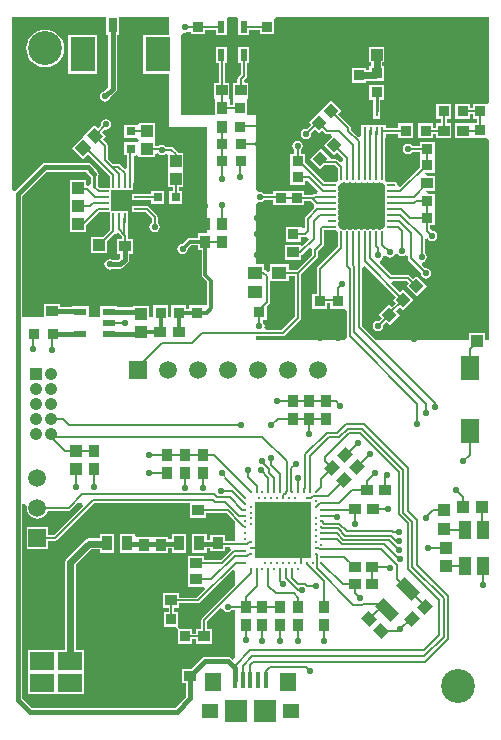
<source format=gtl>
G04 Layer_Physical_Order=1*
G04 Layer_Color=255*
%FSLAX25Y25*%
%MOIN*%
G70*
G01*
G75*
%ADD10R,0.04134X0.03543*%
%ADD11R,0.06299X0.07874*%
%ADD12R,0.03740X0.03543*%
%ADD13R,0.03937X0.04134*%
%ADD14R,0.03543X0.04134*%
%ADD15R,0.04331X0.05905*%
%ADD16R,0.03150X0.01181*%
%ADD17R,0.00984X0.03150*%
%ADD18R,0.01575X0.05315*%
%ADD19R,0.05512X0.06299*%
%ADD20R,0.05709X0.05118*%
%ADD21R,0.07480X0.07480*%
%ADD22R,0.03150X0.03150*%
G04:AMPARAMS|DCode=23|XSize=35.43mil|YSize=41.34mil|CornerRadius=0mil|HoleSize=0mil|Usage=FLASHONLY|Rotation=315.000|XOffset=0mil|YOffset=0mil|HoleType=Round|Shape=Rectangle|*
%AMROTATEDRECTD23*
4,1,4,-0.02714,-0.00209,0.00209,0.02714,0.02714,0.00209,-0.00209,-0.02714,-0.02714,-0.00209,0.0*
%
%ADD23ROTATEDRECTD23*%

%ADD24R,0.03937X0.03740*%
%ADD25R,0.13386X0.13583*%
%ADD26O,0.03150X0.00787*%
%ADD27O,0.00787X0.03150*%
%ADD28R,0.04134X0.08661*%
%ADD29R,0.03937X0.03937*%
%ADD30R,0.02362X0.04331*%
%ADD31R,0.03543X0.03740*%
%ADD32R,0.04134X0.03937*%
G04:AMPARAMS|DCode=33|XSize=35.43mil|YSize=37.4mil|CornerRadius=0mil|HoleSize=0mil|Usage=FLASHONLY|Rotation=225.000|XOffset=0mil|YOffset=0mil|HoleType=Round|Shape=Rectangle|*
%AMROTATEDRECTD33*
4,1,4,-0.00070,0.02575,0.02575,-0.00070,0.00070,-0.02575,-0.02575,0.00070,-0.00070,0.02575,0.0*
%
%ADD33ROTATEDRECTD33*%

G04:AMPARAMS|DCode=34|XSize=35.43mil|YSize=37.4mil|CornerRadius=0mil|HoleSize=0mil|Usage=FLASHONLY|Rotation=315.000|XOffset=0mil|YOffset=0mil|HoleType=Round|Shape=Rectangle|*
%AMROTATEDRECTD34*
4,1,4,-0.02575,-0.00070,0.00070,0.02575,0.02575,0.00070,-0.00070,-0.02575,-0.02575,-0.00070,0.0*
%
%ADD34ROTATEDRECTD34*%

%ADD35R,0.03740X0.03937*%
%ADD36R,0.03661X0.04921*%
%ADD37R,0.03347X0.03740*%
G04:AMPARAMS|DCode=38|XSize=39.37mil|YSize=70.87mil|CornerRadius=0mil|HoleSize=0mil|Usage=FLASHONLY|Rotation=45.000|XOffset=0mil|YOffset=0mil|HoleType=Round|Shape=Rectangle|*
%AMROTATEDRECTD38*
4,1,4,0.01114,-0.03897,-0.03897,0.01114,-0.01114,0.03897,0.03897,-0.01114,0.01114,-0.03897,0.0*
%
%ADD38ROTATEDRECTD38*%

G04:AMPARAMS|DCode=39|XSize=35.43mil|YSize=41.34mil|CornerRadius=0mil|HoleSize=0mil|Usage=FLASHONLY|Rotation=225.000|XOffset=0mil|YOffset=0mil|HoleType=Round|Shape=Rectangle|*
%AMROTATEDRECTD39*
4,1,4,-0.00209,0.02714,0.02714,-0.00209,0.00209,-0.02714,-0.02714,0.00209,-0.00209,0.02714,0.0*
%
%ADD39ROTATEDRECTD39*%

%ADD40R,0.05118X0.04331*%
%ADD41R,0.03150X0.05118*%
%ADD42R,0.08268X0.11811*%
G04:AMPARAMS|DCode=43|XSize=39.37mil|YSize=41.34mil|CornerRadius=0mil|HoleSize=0mil|Usage=FLASHONLY|Rotation=225.000|XOffset=0mil|YOffset=0mil|HoleType=Round|Shape=Rectangle|*
%AMROTATEDRECTD43*
4,1,4,-0.00070,0.02854,0.02854,-0.00070,0.00070,-0.02854,-0.02854,0.00070,-0.00070,0.02854,0.0*
%
%ADD43ROTATEDRECTD43*%

%ADD44R,0.03150X0.03150*%
%ADD45R,0.00787X0.03347*%
%ADD46R,0.03347X0.00787*%
%ADD47R,0.06614X0.06614*%
%ADD48R,0.08031X0.06063*%
%ADD49R,0.03583X0.03780*%
%ADD50R,0.19095X0.19095*%
%ADD51C,0.01083*%
%ADD52R,0.04331X0.02362*%
%ADD53C,0.00800*%
%ADD54C,0.00600*%
%ADD55C,0.01640*%
%ADD56C,0.01600*%
%ADD57C,0.01000*%
%ADD58C,0.01200*%
%ADD59C,0.00900*%
%ADD60C,0.02284*%
%ADD61C,0.00400*%
%ADD62C,0.04200*%
%ADD63R,0.04200X0.04200*%
%ADD64R,0.05905X0.05905*%
%ADD65C,0.05905*%
%ADD66R,0.05905X0.05905*%
%ADD67C,0.02200*%
%ADD68C,0.02400*%
%ADD69C,0.01968*%
%ADD70C,0.11300*%
G36*
X104878Y144820D02*
X100278Y140220D01*
X95392D01*
X95214Y140359D01*
X94678Y141220D01*
X94733Y141500D01*
X94601Y142163D01*
X94226Y142726D01*
X94177Y142758D01*
X94258Y143758D01*
X95391D01*
Y148014D01*
X96271Y148894D01*
X96492Y149224D01*
X96570Y149615D01*
Y156633D01*
X102843D01*
Y158378D01*
X104878D01*
Y144820D01*
D02*
G37*
G36*
X97678Y181830D02*
X102422D01*
Y181830D01*
X103178D01*
Y181830D01*
X107922D01*
Y183280D01*
X109947D01*
X111035Y182192D01*
X111294Y181827D01*
X111084Y180864D01*
X108329Y178108D01*
X108108Y177777D01*
X108030Y177387D01*
Y174340D01*
X107819Y174179D01*
X106819Y174522D01*
Y174522D01*
X101879D01*
Y169778D01*
X106819D01*
Y171130D01*
X108050D01*
X108440Y171208D01*
X109367Y170657D01*
X109408Y170450D01*
X107341Y168383D01*
X106768Y168620D01*
Y168620D01*
X101631D01*
Y163680D01*
X106768D01*
Y165174D01*
X106940Y165208D01*
X107271Y165429D01*
X109830Y167988D01*
X110607Y167350D01*
X110508Y167203D01*
X110430Y166813D01*
Y165372D01*
X105476Y160418D01*
X102843D01*
Y162163D01*
X96525D01*
Y160031D01*
X95525Y159617D01*
X95023Y160119D01*
X94692Y160340D01*
X94575Y160363D01*
Y162163D01*
X92000D01*
Y182196D01*
X93000Y182927D01*
X93050Y182917D01*
X93713Y183049D01*
X94276Y183424D01*
X94413Y183630D01*
X97678D01*
Y181830D01*
D02*
G37*
G36*
X133552Y189375D02*
X133908Y189304D01*
X133953Y189285D01*
X134685Y188553D01*
X134704Y188508D01*
X134775Y188152D01*
X134995Y187823D01*
Y187288D01*
X134775Y186959D01*
X134698Y186571D01*
X134775Y186184D01*
X134995Y185855D01*
Y185319D01*
X134775Y184991D01*
X134698Y184603D01*
X134775Y184215D01*
X134995Y183886D01*
Y183351D01*
X134775Y183022D01*
X134698Y182634D01*
X134775Y182246D01*
X134995Y181918D01*
Y181382D01*
X134775Y181053D01*
X134698Y180666D01*
X134775Y180278D01*
X134995Y179949D01*
Y179414D01*
X134775Y179085D01*
X134698Y178697D01*
X134775Y178310D01*
X134995Y177981D01*
Y177445D01*
X134775Y177117D01*
X134698Y176729D01*
X134775Y176341D01*
X134995Y176012D01*
Y175477D01*
X134775Y175148D01*
X134704Y174792D01*
X134685Y174747D01*
X133953Y174015D01*
X133908Y173995D01*
X133552Y173925D01*
X133223Y173705D01*
X132688D01*
X132359Y173925D01*
X131971Y174002D01*
X131583Y173925D01*
X131255Y173705D01*
X130719D01*
X130391Y173925D01*
X130003Y174002D01*
X129615Y173925D01*
X129286Y173705D01*
X128751D01*
X128422Y173925D01*
X128034Y174002D01*
X127647Y173925D01*
X127318Y173705D01*
X126782D01*
X126453Y173925D01*
X126066Y174002D01*
X125678Y173925D01*
X125349Y173705D01*
X124814D01*
X124485Y173925D01*
X124097Y174002D01*
X123709Y173925D01*
X123381Y173705D01*
X122845D01*
X122517Y173925D01*
X122129Y174002D01*
X121741Y173925D01*
X121412Y173705D01*
X120877D01*
X120548Y173925D01*
X120192Y173995D01*
X120147Y174015D01*
X119415Y174747D01*
X119395Y174792D01*
X119325Y175148D01*
X119105Y175477D01*
Y176012D01*
X119325Y176341D01*
X119402Y176729D01*
X119325Y177117D01*
X119105Y177445D01*
Y177981D01*
X119325Y178310D01*
X119402Y178697D01*
X119325Y179085D01*
X119105Y179414D01*
Y179949D01*
X119325Y180278D01*
X119402Y180666D01*
X119325Y181053D01*
X119105Y181382D01*
Y181918D01*
X119325Y182246D01*
X119402Y182634D01*
X119325Y183022D01*
X119105Y183351D01*
Y183886D01*
X119325Y184215D01*
X119402Y184603D01*
X119325Y184991D01*
X119105Y185319D01*
Y185855D01*
X119325Y186184D01*
X119402Y186571D01*
X119325Y186959D01*
X119105Y187288D01*
Y187823D01*
X119325Y188152D01*
X119395Y188508D01*
X119415Y188553D01*
X120147Y189285D01*
X120192Y189304D01*
X120548Y189375D01*
X120877Y189595D01*
X121412D01*
X121741Y189375D01*
X122129Y189298D01*
X122517Y189375D01*
X122845Y189595D01*
X123381D01*
X123709Y189375D01*
X124097Y189298D01*
X124485Y189375D01*
X124814Y189595D01*
X125349D01*
X125678Y189375D01*
X126066Y189298D01*
X126453Y189375D01*
X126782Y189595D01*
X127318D01*
X127647Y189375D01*
X128034Y189298D01*
X128422Y189375D01*
X128751Y189595D01*
X129286D01*
X129615Y189375D01*
X130003Y189298D01*
X130391Y189375D01*
X130719Y189595D01*
X131255D01*
X131583Y189375D01*
X131971Y189298D01*
X132359Y189375D01*
X132688Y189595D01*
X133223D01*
X133552Y189375D01*
D02*
G37*
G36*
X85000Y60043D02*
Y55445D01*
X73948Y44393D01*
X73750Y44096D01*
X73680Y43745D01*
Y40522D01*
X71930D01*
Y39087D01*
X70414D01*
Y40640D01*
X66445D01*
X65886Y41408D01*
X65886Y41632D01*
Y46349D01*
X64531D01*
Y47778D01*
X66170D01*
Y49232D01*
X72503D01*
X72854Y49302D01*
X73152Y49501D01*
X84076Y60426D01*
X85000Y60043D01*
D02*
G37*
G36*
X69836Y77778D02*
X75170D01*
Y79232D01*
X82060D01*
X85000Y76292D01*
Y69848D01*
X81422D01*
Y71864D01*
X76678D01*
Y70425D01*
X75366D01*
Y72211D01*
X70505D01*
Y66089D01*
X75366D01*
Y67529D01*
X76678D01*
Y66530D01*
X81422D01*
Y68012D01*
X83204D01*
X83587Y67012D01*
X80143Y63568D01*
X74670D01*
Y65022D01*
X69336D01*
Y60278D01*
X69336D01*
X69336Y59522D01*
X69336D01*
Y54778D01*
X74419D01*
X74949Y53894D01*
X72123Y51068D01*
X66170D01*
Y52522D01*
X60836D01*
Y47778D01*
X62695D01*
Y46349D01*
X61340D01*
Y41408D01*
X65308D01*
X65867Y40640D01*
X65867Y40416D01*
Y35700D01*
X70414D01*
Y37252D01*
X71930D01*
Y35778D01*
X77264D01*
Y40522D01*
X75515D01*
Y43364D01*
X79715Y47565D01*
X80660Y47383D01*
X80835Y47271D01*
X81151Y46798D01*
X81713Y46423D01*
X82377Y46291D01*
X83040Y46423D01*
X83602Y46798D01*
X83740Y47004D01*
X85000D01*
Y30815D01*
X84000Y30401D01*
X83391Y31009D01*
X82928Y31319D01*
X82382Y31427D01*
X82382Y31427D01*
X74953D01*
X74953Y31427D01*
X74406Y31319D01*
X73943Y31009D01*
X73943Y31009D01*
X70306Y27372D01*
X67286D01*
Y22628D01*
X68525D01*
Y18044D01*
X64909Y14427D01*
X17091D01*
X13927Y17591D01*
Y82170D01*
X14927Y82316D01*
X15482Y81500D01*
X15417Y81000D01*
X15539Y80073D01*
X15897Y79208D01*
X16466Y78466D01*
X17208Y77897D01*
X18073Y77539D01*
X19000Y77417D01*
X19927Y77539D01*
X20792Y77897D01*
X21534Y78466D01*
X22103Y79208D01*
X22461Y80073D01*
X22463Y80082D01*
X29500D01*
X29851Y80152D01*
X30149Y80351D01*
X32298Y82500D01*
X33896D01*
X34278Y81576D01*
X24620Y71918D01*
X22553D01*
Y74553D01*
X15447D01*
Y67447D01*
X22553D01*
Y70082D01*
X25000D01*
X25351Y70152D01*
X25649Y70351D01*
X37798Y82500D01*
X69836D01*
Y77778D01*
D02*
G37*
G36*
X118392Y173732D02*
X118416Y173720D01*
X119120Y173016D01*
X119132Y172992D01*
X119147Y172956D01*
Y171840D01*
X119141Y171808D01*
Y168083D01*
X112329Y161271D01*
X112108Y160940D01*
X112030Y160550D01*
Y152270D01*
X110678D01*
Y147329D01*
X115422D01*
Y149130D01*
X116678D01*
Y147329D01*
X121422D01*
X122030Y146582D01*
Y138150D01*
X122060Y138000D01*
X121646Y137255D01*
X121413Y137000D01*
X92000D01*
Y138180D01*
X100700D01*
X101090Y138258D01*
X101421Y138479D01*
X106619Y143677D01*
X106840Y144008D01*
X106918Y144398D01*
Y158976D01*
X112171Y164229D01*
X112392Y164560D01*
X112470Y164950D01*
Y166390D01*
X114271Y168192D01*
X114492Y168523D01*
X114570Y168913D01*
Y173728D01*
X114583Y173741D01*
X117208D01*
X117240Y173747D01*
X118356D01*
X118392Y173732D01*
D02*
G37*
G36*
X63000Y238655D02*
X54316D01*
Y225644D01*
X63000D01*
Y208000D01*
X75500D01*
Y172450D01*
X72593D01*
Y171007D01*
X69769D01*
X69301Y170913D01*
X68904Y170648D01*
X67360Y169105D01*
X67358Y169105D01*
X66694Y168973D01*
X66132Y168597D01*
X65756Y168035D01*
X65624Y167372D01*
X65756Y166709D01*
X66132Y166146D01*
X66694Y165770D01*
X67358Y165638D01*
X68021Y165770D01*
X68583Y166146D01*
X68959Y166709D01*
X69091Y167372D01*
X69090Y167374D01*
X70276Y168560D01*
X72593D01*
Y167116D01*
X73741D01*
Y158736D01*
X73834Y158268D01*
X74099Y157871D01*
X75500Y156470D01*
Y148802D01*
X75331Y148689D01*
X74422Y148470D01*
Y148470D01*
X69678D01*
Y147224D01*
X68422D01*
Y148470D01*
X63678D01*
Y144500D01*
X62422D01*
Y148470D01*
X57678D01*
Y144500D01*
X56119D01*
Y148368D01*
X50981D01*
Y147818D01*
X45540D01*
Y148171D01*
X40009D01*
Y144609D01*
X39054Y144500D01*
X37046D01*
X36091Y144609D01*
Y148171D01*
X30560D01*
Y147927D01*
X26620D01*
Y148872D01*
X21286D01*
Y144500D01*
X13927D01*
Y185009D01*
X21991Y193073D01*
X35109D01*
X36878Y191303D01*
Y188977D01*
X35967Y188410D01*
X35478Y188625D01*
X35268Y188849D01*
Y190218D01*
X29934D01*
Y185082D01*
X29934D01*
Y184219D01*
X29934D01*
Y179081D01*
X29934D01*
X29935Y179070D01*
X29985Y178103D01*
Y172979D01*
X35319D01*
Y175375D01*
X39520Y179575D01*
X41282D01*
X41412Y179601D01*
X42743D01*
X43104Y179601D01*
X43104Y179240D01*
Y177910D01*
X43078Y177780D01*
Y173568D01*
X40728Y171219D01*
X36934D01*
Y166082D01*
X42268D01*
Y169875D01*
X44818Y172425D01*
X45815Y172626D01*
X46026Y172590D01*
X47078Y171539D01*
Y170522D01*
X45430D01*
Y165778D01*
X46670D01*
Y164288D01*
X45959Y163577D01*
X43974D01*
X43713Y163751D01*
X43050Y163883D01*
X42387Y163751D01*
X41824Y163376D01*
X41449Y162813D01*
X41317Y162150D01*
X41449Y161487D01*
X41824Y160924D01*
X42387Y160549D01*
X43050Y160417D01*
X43713Y160549D01*
X43974Y160723D01*
X46550D01*
X46550Y160723D01*
X47096Y160831D01*
X47559Y161141D01*
X49107Y162688D01*
X49107Y162688D01*
X49416Y163151D01*
X49525Y163697D01*
X49525Y163697D01*
Y165778D01*
X50764D01*
Y170522D01*
X49117D01*
Y171961D01*
X49039Y172351D01*
X49030Y172365D01*
X49030Y177756D01*
X49028Y177768D01*
Y180053D01*
X47059D01*
Y180053D01*
X43916D01*
X43556Y180053D01*
X43556Y180414D01*
Y183538D01*
Y186681D01*
X43556Y187042D01*
X43916Y187042D01*
X50996D01*
Y189185D01*
X51022Y189315D01*
Y198369D01*
X52022Y198467D01*
X52225Y198467D01*
X52982Y197880D01*
Y197829D01*
X58118D01*
Y198843D01*
X59118Y199146D01*
X59151Y199098D01*
X59714Y198722D01*
X60377Y198590D01*
X61040Y198722D01*
X61481Y199017D01*
X62000Y198879D01*
X62481Y198613D01*
Y194266D01*
X62481Y194034D01*
Y193266D01*
X62481Y193034D01*
Y187932D01*
X64030D01*
Y186722D01*
X62875D01*
Y182373D01*
X67225D01*
Y186722D01*
X66070D01*
Y187932D01*
X67619D01*
Y193034D01*
X67619Y193266D01*
Y194034D01*
X67619Y194266D01*
Y199368D01*
X65973D01*
X65771Y199671D01*
X64398Y201044D01*
X64067Y201265D01*
X63677Y201343D01*
X61740D01*
X61602Y201549D01*
X61040Y201925D01*
X60377Y202057D01*
X59714Y201925D01*
X59151Y201549D01*
X59129Y201516D01*
X58118D01*
Y202932D01*
X58118Y203163D01*
Y203932D01*
X58118Y204163D01*
Y209266D01*
X52982D01*
Y209266D01*
X52225Y208722D01*
X47875D01*
Y204373D01*
X51825D01*
X52695Y203568D01*
X52678Y203041D01*
X52125Y202817D01*
X51982Y202817D01*
X47875D01*
Y198467D01*
X48983D01*
Y194439D01*
X47983Y194025D01*
X46740Y195269D01*
X46409Y195490D01*
X46018Y195567D01*
X44235D01*
X42570Y197233D01*
Y201650D01*
X42492Y202040D01*
X42271Y202371D01*
X40745Y203897D01*
X41701Y204853D01*
X40525Y206029D01*
X41634Y207138D01*
X41877Y207090D01*
X42540Y207222D01*
X43102Y207598D01*
X43478Y208160D01*
X43610Y208823D01*
X43478Y209487D01*
X43102Y210049D01*
X42540Y210425D01*
X41877Y210557D01*
X41214Y210425D01*
X40651Y210049D01*
X40275Y209487D01*
X40143Y208823D01*
X40192Y208580D01*
X39083Y207471D01*
X37929Y208625D01*
X34575Y205271D01*
Y205271D01*
X34138Y204695D01*
X30505Y201062D01*
X34277Y197291D01*
X35821Y198835D01*
X43078Y191578D01*
Y189315D01*
X43104Y189185D01*
Y187855D01*
X43104Y187494D01*
X42743Y187494D01*
X41412D01*
X41282Y187520D01*
X39922D01*
X39122Y188320D01*
Y191359D01*
X39319Y191654D01*
X39427Y192200D01*
X39319Y192746D01*
X39009Y193209D01*
X36709Y195509D01*
X36246Y195819D01*
X35700Y195927D01*
X35700Y195927D01*
X21400D01*
X21400Y195927D01*
X20854Y195819D01*
X20391Y195509D01*
X20391Y195509D01*
X11500Y186619D01*
X11460Y186619D01*
X10500Y186927D01*
Y244500D01*
X41915D01*
Y238637D01*
X42662D01*
Y221281D01*
X41194Y219812D01*
X40887Y219751D01*
X40324Y219376D01*
X39949Y218813D01*
X39817Y218150D01*
X39949Y217487D01*
X40324Y216924D01*
X40887Y216549D01*
X41550Y216417D01*
X42213Y216549D01*
X42776Y216924D01*
X43151Y217487D01*
X43212Y217794D01*
X45099Y219680D01*
X45099Y219680D01*
X45408Y220143D01*
X45517Y220689D01*
X45517Y220689D01*
Y238637D01*
X46264D01*
Y244500D01*
X63000D01*
Y238655D01*
D02*
G37*
G36*
X169500Y216381D02*
X168922Y215620D01*
X168500Y215620D01*
X164178D01*
Y214170D01*
X163170D01*
Y215522D01*
X158229D01*
Y210778D01*
X163170D01*
Y212130D01*
X164178D01*
Y210680D01*
X165530D01*
Y209270D01*
X164206D01*
X164178Y209270D01*
X164178Y209270D01*
X163268Y209120D01*
Y209120D01*
X158131D01*
Y204180D01*
X163240D01*
X163268Y204180D01*
X163268Y204180D01*
X164178Y204329D01*
Y204329D01*
X168500D01*
X168922Y204329D01*
X169500Y203569D01*
Y137000D01*
X168119D01*
Y139266D01*
X162981D01*
Y137000D01*
X131942D01*
X127270Y141672D01*
Y161074D01*
X128270Y161488D01*
X138355Y151403D01*
X137399Y150447D01*
X138425Y149421D01*
X137029Y148025D01*
X136253Y148801D01*
X132899Y145447D01*
X133902Y144444D01*
X132793Y143335D01*
X132550Y143383D01*
X131887Y143251D01*
X131324Y142876D01*
X130949Y142313D01*
X130817Y141650D01*
X130949Y140987D01*
X131324Y140424D01*
X131887Y140049D01*
X132550Y139917D01*
X133213Y140049D01*
X133776Y140424D01*
X134151Y140987D01*
X134283Y141650D01*
X134235Y141893D01*
X135344Y143002D01*
X136392Y141954D01*
X139746Y145308D01*
X138471Y146583D01*
X139867Y147979D01*
X140893Y146953D01*
X144246Y150308D01*
X140753Y153801D01*
X139797Y152845D01*
X137012Y155630D01*
X137426Y156630D01*
X142128D01*
X142855Y155903D01*
X141899Y154947D01*
X145393Y151453D01*
X148747Y154807D01*
X145253Y158301D01*
X144297Y157345D01*
X143271Y158371D01*
X142940Y158592D01*
X142550Y158670D01*
X136972D01*
X133130Y162512D01*
X133161Y162899D01*
X133390Y163666D01*
X133776Y163924D01*
X134151Y164487D01*
X134212Y164790D01*
X135247Y165040D01*
X135324Y164924D01*
X135887Y164549D01*
X136550Y164417D01*
X137213Y164549D01*
X137776Y164924D01*
X138151Y165487D01*
X139197Y165616D01*
X139324Y165424D01*
X139887Y165049D01*
X140550Y164917D01*
X141213Y165049D01*
X141530Y165261D01*
X142361Y164953D01*
X142530Y164818D01*
Y164150D01*
X142608Y163760D01*
X142829Y163429D01*
X146865Y159393D01*
X146817Y159150D01*
X146949Y158487D01*
X147324Y157924D01*
X147887Y157549D01*
X148550Y157417D01*
X149213Y157549D01*
X149776Y157924D01*
X150151Y158487D01*
X150283Y159150D01*
X150151Y159813D01*
X149776Y160376D01*
X149213Y160751D01*
X148550Y160883D01*
X148307Y160835D01*
X147196Y161946D01*
X147542Y163014D01*
X147713Y163049D01*
X148276Y163424D01*
X148651Y163987D01*
X148783Y164650D01*
X148651Y165313D01*
X148276Y165876D01*
X148070Y166013D01*
Y170639D01*
X148189Y170686D01*
X149070Y170806D01*
X149324Y170424D01*
X149887Y170049D01*
X150550Y169917D01*
X151213Y170049D01*
X151776Y170424D01*
X152151Y170987D01*
X152283Y171650D01*
X152151Y172313D01*
X151776Y172876D01*
X151213Y173251D01*
X150550Y173383D01*
X149920Y174188D01*
Y175278D01*
X151371D01*
Y180022D01*
X151371D01*
Y180778D01*
X151371D01*
Y185522D01*
X149052D01*
X148517Y186522D01*
X148623Y186680D01*
X151469D01*
Y191620D01*
X148800D01*
X148266Y192620D01*
X148371Y192778D01*
X151371D01*
Y197522D01*
X151371D01*
X151371Y198278D01*
X151371D01*
Y203022D01*
X146430D01*
Y201670D01*
X143913D01*
X143776Y201876D01*
X143213Y202251D01*
X142550Y202383D01*
X141887Y202251D01*
X141324Y201876D01*
X140949Y201313D01*
X140817Y200650D01*
X140949Y199987D01*
X141324Y199424D01*
X141887Y199049D01*
X142550Y198917D01*
X143213Y199049D01*
X143776Y199424D01*
X143913Y199630D01*
X146430D01*
Y198278D01*
X146430D01*
X146430Y197522D01*
X146430D01*
Y194472D01*
X140009Y188051D01*
X139087Y188540D01*
X139010Y188927D01*
X138790Y189256D01*
X138461Y189476D01*
X138074Y189553D01*
X135744D01*
X135708Y189568D01*
X135684Y189580D01*
X134980Y190284D01*
X134968Y190308D01*
X134953Y190344D01*
Y191460D01*
X134959Y191492D01*
Y204326D01*
X135095D01*
Y205481D01*
X139332D01*
Y204160D01*
X144115D01*
Y209140D01*
X139332D01*
Y207520D01*
X135095D01*
Y208675D01*
X127005D01*
Y205051D01*
X126005Y204637D01*
X123570Y207072D01*
Y207650D01*
X123492Y208040D01*
X123271Y208371D01*
X119245Y212397D01*
X120201Y213353D01*
X116708Y216846D01*
X113415Y213554D01*
X113354Y213492D01*
X112707Y212846D01*
X112707Y212846D01*
X109353Y209492D01*
X110152Y208694D01*
X108793Y207335D01*
X108550Y207383D01*
X107887Y207251D01*
X107324Y206876D01*
X106949Y206313D01*
X106817Y205650D01*
X106949Y204987D01*
X107324Y204424D01*
X107887Y204049D01*
X108550Y203917D01*
X109213Y204049D01*
X109776Y204424D01*
X110151Y204987D01*
X110283Y205650D01*
X110235Y205893D01*
X111594Y207252D01*
X112847Y205999D01*
X113803Y206955D01*
X114829Y205929D01*
X115160Y205708D01*
X115550Y205630D01*
X116762D01*
X117176Y204630D01*
X114354Y201807D01*
X117708Y198453D01*
X118756Y199502D01*
X120887Y197371D01*
X120807Y196749D01*
X119773Y196369D01*
X119271Y196871D01*
X118940Y197092D01*
X118550Y197170D01*
X116880D01*
X116746Y197493D01*
Y197493D01*
X113392Y200847D01*
X109899Y197353D01*
X113253Y193999D01*
X114419Y195166D01*
X114596Y195130D01*
X118128D01*
X119141Y194117D01*
Y191492D01*
X119147Y191460D01*
Y190344D01*
X119132Y190308D01*
X119120Y190284D01*
X118416Y189580D01*
X118392Y189568D01*
X118356Y189553D01*
X117240D01*
X117208Y189559D01*
X114767D01*
X108170Y196156D01*
Y199022D01*
X106719D01*
Y200287D01*
X106925Y200424D01*
X107301Y200987D01*
X107433Y201650D01*
X107301Y202313D01*
X106925Y202876D01*
X106363Y203251D01*
X105700Y203383D01*
X105036Y203251D01*
X104474Y202876D01*
X104098Y202313D01*
X103966Y201650D01*
X104098Y200987D01*
X104474Y200424D01*
X104680Y200287D01*
Y199022D01*
X103229D01*
Y194522D01*
X103229Y194278D01*
X103229D01*
Y193522D01*
X103229D01*
Y188778D01*
X108170D01*
Y189839D01*
X109170Y190010D01*
X112557Y186622D01*
X112143Y185622D01*
X111353D01*
X110963Y185545D01*
X110632Y185324D01*
X110628Y185319D01*
X107922D01*
Y186770D01*
X103178D01*
Y186770D01*
X102422D01*
Y186770D01*
X97678D01*
Y185670D01*
X94413D01*
X94276Y185876D01*
X93713Y186251D01*
X93050Y186383D01*
X93000Y186373D01*
X92000Y187104D01*
Y212000D01*
X88922D01*
Y216680D01*
X88922Y216770D01*
X89138Y217680D01*
X89268D01*
Y222620D01*
X88305D01*
X87962Y223620D01*
X88511Y224169D01*
X88732Y224500D01*
X88810Y224890D01*
Y229160D01*
X89571D01*
Y234691D01*
X86009D01*
Y229160D01*
X86771D01*
Y225312D01*
X85979Y224521D01*
X85758Y224190D01*
X85680Y223800D01*
Y222620D01*
X84131D01*
Y217750D01*
X84131Y217680D01*
X84178Y216700D01*
Y215319D01*
X83020D01*
Y216701D01*
X83020Y216868D01*
X83020D01*
X82969Y217680D01*
X82969D01*
Y222620D01*
X81420D01*
Y229160D01*
X82091D01*
Y234691D01*
X78529D01*
Y229160D01*
X79381D01*
Y222620D01*
X77832D01*
Y217765D01*
X77832Y217680D01*
X77832D01*
X78080Y216868D01*
X78080Y216868D01*
Y212000D01*
X67000D01*
Y238696D01*
X68000Y239427D01*
X68050Y239417D01*
X68713Y239549D01*
X69178Y239859D01*
X69631Y239748D01*
X70178Y239475D01*
Y238829D01*
X74922D01*
Y240355D01*
X78529Y240355D01*
Y238609D01*
X82091D01*
Y244140D01*
X82942Y244500D01*
X85158D01*
X86009Y244140D01*
X86009Y243500D01*
Y238609D01*
X89571D01*
Y240355D01*
X93178D01*
Y238829D01*
X97922D01*
Y243500D01*
X97922Y243770D01*
X98573Y244500D01*
X169500D01*
Y216381D01*
D02*
G37*
%LPC*%
G36*
X44595Y72211D02*
X39733D01*
Y70800D01*
X36024D01*
X35344Y70665D01*
X34768Y70280D01*
X28744Y64256D01*
X28359Y63680D01*
X28224Y63000D01*
Y33730D01*
X25384Y33730D01*
X24384Y33730D01*
X15778D01*
Y27132D01*
X15778Y26467D01*
X15778Y25467D01*
Y18868D01*
X24384D01*
X25010Y18868D01*
X26010Y18868D01*
X34616D01*
Y25467D01*
X34616Y26131D01*
X34616Y27132D01*
Y33730D01*
X31776D01*
Y62264D01*
X36760Y67248D01*
X39733D01*
Y66089D01*
X44595D01*
Y72211D01*
D02*
G37*
G36*
X68595D02*
X63734D01*
Y70472D01*
X62422D01*
Y71364D01*
X57678D01*
Y71364D01*
X56922D01*
Y71364D01*
X52178D01*
X51367Y71819D01*
Y72211D01*
X46505D01*
Y66089D01*
X51367D01*
Y66089D01*
X52178Y66030D01*
Y66030D01*
X52342Y66030D01*
X56922D01*
Y66030D01*
X57678D01*
Y66030D01*
X62422D01*
Y67576D01*
X63734D01*
Y66089D01*
X68595D01*
Y72211D01*
D02*
G37*
G36*
X21550Y240430D02*
X20325Y240310D01*
X19147Y239952D01*
X18061Y239372D01*
X17109Y238591D01*
X16328Y237639D01*
X15748Y236553D01*
X15390Y235375D01*
X15270Y234150D01*
X15390Y232925D01*
X15748Y231747D01*
X16328Y230661D01*
X17109Y229709D01*
X18061Y228928D01*
X19147Y228348D01*
X20325Y227990D01*
X21550Y227870D01*
X22775Y227990D01*
X23953Y228348D01*
X25039Y228928D01*
X25991Y229709D01*
X26772Y230661D01*
X27352Y231747D01*
X27710Y232925D01*
X27830Y234150D01*
X27710Y235375D01*
X27352Y236553D01*
X26772Y237639D01*
X25991Y238591D01*
X25039Y239372D01*
X23953Y239952D01*
X22775Y240310D01*
X21550Y240430D01*
D02*
G37*
G36*
X38784Y238655D02*
X29316D01*
Y225644D01*
X38784D01*
Y238655D01*
D02*
G37*
G36*
X61319Y186722D02*
X56970D01*
Y185552D01*
X52818Y185552D01*
X52688Y185526D01*
X50545D01*
Y183538D01*
X52688D01*
X52818Y183512D01*
X56970Y183512D01*
Y182373D01*
X61319D01*
Y186722D01*
D02*
G37*
G36*
X55405Y181614D02*
X52818D01*
X52688Y181589D01*
X50545D01*
Y179601D01*
X52688D01*
X52818Y179575D01*
X54983D01*
X57030Y177528D01*
Y176013D01*
X56824Y175876D01*
X56449Y175313D01*
X56317Y174650D01*
X56449Y173987D01*
X56824Y173424D01*
X57387Y173049D01*
X58050Y172917D01*
X58713Y173049D01*
X59276Y173424D01*
X59651Y173987D01*
X59783Y174650D01*
X59651Y175313D01*
X59276Y175876D01*
X59070Y176013D01*
Y177950D01*
X58992Y178340D01*
X58771Y178671D01*
X56126Y181316D01*
X55795Y181537D01*
X55405Y181614D01*
D02*
G37*
G36*
X47050Y185163D02*
X46432Y185040D01*
X45908Y184690D01*
X45558Y184166D01*
X45435Y183548D01*
X45558Y182930D01*
X45908Y182405D01*
X46432Y182055D01*
X47050Y181932D01*
X47668Y182055D01*
X48192Y182405D01*
X48542Y182930D01*
X48665Y183548D01*
X48542Y184166D01*
X48192Y184690D01*
X47668Y185040D01*
X47050Y185163D01*
D02*
G37*
G36*
X134622Y234663D02*
X129485D01*
Y229526D01*
X130274D01*
Y228270D01*
X129678D01*
Y226926D01*
X128670D01*
Y227522D01*
X123730D01*
Y222778D01*
X128670D01*
Y223374D01*
X129678D01*
Y223329D01*
X134422D01*
Y228270D01*
X133826D01*
Y229526D01*
X134622D01*
Y234663D01*
D02*
G37*
G36*
X134422Y221971D02*
X129678D01*
Y217030D01*
X130964D01*
Y214974D01*
X130942D01*
Y210625D01*
X133126D01*
Y214974D01*
X133105D01*
Y217030D01*
X134422D01*
Y221971D01*
D02*
G37*
G36*
X156870Y215522D02*
X151930D01*
Y210778D01*
X153381D01*
Y209120D01*
X151832D01*
Y207670D01*
X150768D01*
Y209140D01*
X145985D01*
Y204160D01*
X150768D01*
Y205630D01*
X151832D01*
Y204180D01*
X156969D01*
Y209120D01*
X155420D01*
Y210778D01*
X156870D01*
Y215522D01*
D02*
G37*
%LPD*%
D10*
X130622Y61231D02*
D03*
X124717D02*
D03*
X130830Y80524D02*
D03*
X124924D02*
D03*
X134829Y87024D02*
D03*
X128924D02*
D03*
X64047Y25000D02*
D03*
X69953D02*
D03*
X66597Y80150D02*
D03*
X72503D02*
D03*
X72003Y57150D02*
D03*
X66097D02*
D03*
X63503Y50150D02*
D03*
X57597D02*
D03*
X74597Y38150D02*
D03*
X80503D02*
D03*
X130622Y55574D02*
D03*
X124717D02*
D03*
X72003Y62650D02*
D03*
X66097D02*
D03*
X54003Y168150D02*
D03*
X48097D02*
D03*
X23953Y146500D02*
D03*
X18047D02*
D03*
D11*
X163050Y127780D02*
D03*
Y106520D02*
D03*
D12*
X99220Y146130D02*
D03*
X92921D02*
D03*
X99400Y191150D02*
D03*
X105700D02*
D03*
X104349Y172150D02*
D03*
X98050D02*
D03*
X148900Y183150D02*
D03*
X155200D02*
D03*
X148900Y177650D02*
D03*
X155200D02*
D03*
X148900Y195150D02*
D03*
X155200D02*
D03*
X155200Y200650D02*
D03*
X148900D02*
D03*
X160700Y213150D02*
D03*
X154400D02*
D03*
X119900Y225150D02*
D03*
X126200D02*
D03*
X99400Y196650D02*
D03*
X105700D02*
D03*
X86700D02*
D03*
X80400Y196650D02*
D03*
X86700Y202150D02*
D03*
X80400Y202150D02*
D03*
X17850Y139000D02*
D03*
X24150D02*
D03*
D13*
X32000Y93949D02*
D03*
Y100051D02*
D03*
X155050Y61599D02*
D03*
Y67701D02*
D03*
X154550Y80201D02*
D03*
Y74099D02*
D03*
X165550Y136599D02*
D03*
Y142701D02*
D03*
X65050Y196701D02*
D03*
Y190599D02*
D03*
X55550Y200497D02*
D03*
Y206599D02*
D03*
X53550Y139599D02*
D03*
Y145701D02*
D03*
D14*
X37950Y93897D02*
D03*
Y99803D02*
D03*
X80439Y175628D02*
D03*
Y169722D02*
D03*
X74964Y175689D02*
D03*
X74964Y169783D02*
D03*
X74050Y92697D02*
D03*
X74050Y98603D02*
D03*
X68050Y92697D02*
D03*
Y98603D02*
D03*
X62050Y92697D02*
D03*
Y98603D02*
D03*
X79050Y75103D02*
D03*
Y69197D02*
D03*
X114377Y42071D02*
D03*
Y47977D02*
D03*
X105877Y42071D02*
D03*
Y47977D02*
D03*
X99877Y42071D02*
D03*
Y47977D02*
D03*
X93877Y42071D02*
D03*
Y47977D02*
D03*
X88377Y42071D02*
D03*
Y47977D02*
D03*
X115050Y116603D02*
D03*
Y110697D02*
D03*
X109550Y116603D02*
D03*
Y110697D02*
D03*
X104050Y116603D02*
D03*
Y110697D02*
D03*
X60050Y74603D02*
D03*
Y68697D02*
D03*
X54550Y74603D02*
D03*
Y68697D02*
D03*
D15*
X161597Y73555D02*
D03*
X167503Y73555D02*
D03*
Y61744D02*
D03*
X161597D02*
D03*
D16*
X135971Y209650D02*
D03*
X126129D02*
D03*
D17*
X134003Y212800D02*
D03*
X132034D02*
D03*
X130066D02*
D03*
X128097D02*
D03*
X134003Y206500D02*
D03*
X132034D02*
D03*
X130066D02*
D03*
X128097D02*
D03*
D18*
X95118Y23766D02*
D03*
X92559D02*
D03*
X90000D02*
D03*
X87441D02*
D03*
X84882D02*
D03*
D19*
X102598Y22880D02*
D03*
X77402D02*
D03*
D20*
X76516Y13234D02*
D03*
X103484D02*
D03*
D21*
X85276D02*
D03*
X94724D02*
D03*
D22*
X50050Y206548D02*
D03*
X50050Y200642D02*
D03*
D23*
X121465Y98612D02*
D03*
X117289Y94436D02*
D03*
X125465Y94612D02*
D03*
X121289Y90436D02*
D03*
X143912Y43912D02*
D03*
X148088Y48088D02*
D03*
D24*
X97900Y166150D02*
D03*
X104200D02*
D03*
X155200Y189150D02*
D03*
X148900D02*
D03*
X160700Y206650D02*
D03*
X154400D02*
D03*
X86700Y220150D02*
D03*
X80400D02*
D03*
X66200Y139650D02*
D03*
X59900D02*
D03*
D25*
X127050Y181650D02*
D03*
D26*
X117208Y174760D02*
D03*
Y176729D02*
D03*
Y178697D02*
D03*
Y180666D02*
D03*
Y182634D02*
D03*
Y184603D02*
D03*
Y186571D02*
D03*
Y188540D02*
D03*
X136892D02*
D03*
Y186571D02*
D03*
Y184603D02*
D03*
Y182634D02*
D03*
Y180666D02*
D03*
Y178697D02*
D03*
Y176729D02*
D03*
Y174760D02*
D03*
D27*
X120160Y191492D02*
D03*
X122129D02*
D03*
X124097D02*
D03*
X126066D02*
D03*
X128034D02*
D03*
X130003D02*
D03*
X131971D02*
D03*
X133940D02*
D03*
Y171808D02*
D03*
X131971D02*
D03*
X130003D02*
D03*
X128034D02*
D03*
X126066D02*
D03*
X124097D02*
D03*
X122129D02*
D03*
X120160D02*
D03*
D28*
X137861Y238000D02*
D03*
X126247D02*
D03*
D29*
X132054Y232095D02*
D03*
D30*
X80310Y231926D02*
D03*
X84050Y231926D02*
D03*
X87790D02*
D03*
Y241374D02*
D03*
X80310D02*
D03*
D31*
X72550Y235000D02*
D03*
Y241300D02*
D03*
X113050Y143500D02*
D03*
Y149800D02*
D03*
X119050Y143500D02*
D03*
Y149800D02*
D03*
X100050Y184300D02*
D03*
Y178000D02*
D03*
X105550Y184300D02*
D03*
Y178000D02*
D03*
X166550Y200500D02*
D03*
Y206800D02*
D03*
X166550Y219449D02*
D03*
X166550Y213150D02*
D03*
X86550Y208000D02*
D03*
Y214300D02*
D03*
X132050Y219500D02*
D03*
Y225800D02*
D03*
X60050Y152300D02*
D03*
Y146000D02*
D03*
X66050Y152300D02*
D03*
Y146000D02*
D03*
X72050Y152300D02*
D03*
Y146000D02*
D03*
X95550Y241300D02*
D03*
Y235000D02*
D03*
D32*
X160999Y81150D02*
D03*
X167101D02*
D03*
X32652Y175548D02*
D03*
X26550D02*
D03*
X32601Y181650D02*
D03*
X26499D02*
D03*
X32601Y187650D02*
D03*
X26499D02*
D03*
X39601Y168650D02*
D03*
X33499D02*
D03*
D33*
X140777Y140923D02*
D03*
X136323Y145377D02*
D03*
X149777Y150423D02*
D03*
X145323Y154877D02*
D03*
X116777Y213423D02*
D03*
X112323Y217877D02*
D03*
X108323Y213877D02*
D03*
X112777Y209423D02*
D03*
X145277Y145923D02*
D03*
X140823Y150377D02*
D03*
D34*
X117777Y201877D02*
D03*
X113323Y197423D02*
D03*
D35*
X80550Y208000D02*
D03*
X80550Y214300D02*
D03*
D36*
X66164Y69150D02*
D03*
X72936D02*
D03*
X48936D02*
D03*
X42164D02*
D03*
D37*
X68141Y38170D02*
D03*
X63613Y38170D02*
D03*
Y43878D02*
D03*
X68141D02*
D03*
D38*
X142357Y54004D02*
D03*
X135397Y47044D02*
D03*
D39*
X133588Y39912D02*
D03*
X129412Y44088D02*
D03*
X33962Y209238D02*
D03*
X38138Y205062D02*
D03*
D40*
X91416Y152902D02*
D03*
X99684D02*
D03*
Y159398D02*
D03*
X91416D02*
D03*
D41*
X44089Y241796D02*
D03*
X49011Y241796D02*
D03*
D42*
X59050Y232150D02*
D03*
X34050Y232150D02*
D03*
D43*
X29893Y205308D02*
D03*
X34207Y200992D02*
D03*
D44*
X65050Y184548D02*
D03*
X59145D02*
D03*
D45*
X44097Y177780D02*
D03*
X46066D02*
D03*
X48034Y177780D02*
D03*
X50003D02*
D03*
Y189315D02*
D03*
X48034D02*
D03*
X46066D02*
D03*
X44097D02*
D03*
D46*
X52818Y180595D02*
D03*
Y182563D02*
D03*
Y184532D02*
D03*
X52818Y186500D02*
D03*
X41282D02*
D03*
Y184532D02*
D03*
Y182563D02*
D03*
Y180595D02*
D03*
D47*
X47050Y183548D02*
D03*
D48*
X30000Y30099D02*
D03*
X30000Y22500D02*
D03*
X20394Y30098D02*
D03*
Y22500D02*
D03*
D49*
X148377Y206650D02*
D03*
X141723D02*
D03*
D50*
X100877Y73524D02*
D03*
D51*
X90050Y86319D02*
D03*
X92019D02*
D03*
X93987D02*
D03*
X95955D02*
D03*
X97924D02*
D03*
X99892D02*
D03*
X101861D02*
D03*
X103830D02*
D03*
X105798D02*
D03*
X111704D02*
D03*
X88082Y84351D02*
D03*
X93003D02*
D03*
X94971D02*
D03*
X96940D02*
D03*
X98908D02*
D03*
X100877D02*
D03*
X102845D02*
D03*
X104814D02*
D03*
X108751D02*
D03*
X111704Y83367D02*
D03*
X88082Y82382D02*
D03*
X90050Y81398D02*
D03*
X111704D02*
D03*
X88082Y80414D02*
D03*
X113672D02*
D03*
X90050Y79430D02*
D03*
X88082Y78445D02*
D03*
X113672D02*
D03*
X90050Y77461D02*
D03*
X111704D02*
D03*
X88082Y76477D02*
D03*
X113672D02*
D03*
X90050Y75493D02*
D03*
X111704D02*
D03*
X88082Y74508D02*
D03*
X113672D02*
D03*
X111704Y73524D02*
D03*
X88082Y72540D02*
D03*
X113672D02*
D03*
X111704Y71556D02*
D03*
X88082Y70571D02*
D03*
X113672D02*
D03*
X90050Y69587D02*
D03*
X111704D02*
D03*
X113672Y68603D02*
D03*
X90050Y67619D02*
D03*
X111704D02*
D03*
X88082Y66634D02*
D03*
X111704Y65650D02*
D03*
X113672Y64666D02*
D03*
X90050Y65650D02*
D03*
X88082Y62697D02*
D03*
X94971D02*
D03*
X96940D02*
D03*
X98908D02*
D03*
X100877D02*
D03*
X102845D02*
D03*
X104814D02*
D03*
X106782D02*
D03*
X108751D02*
D03*
X110719D02*
D03*
X113672D02*
D03*
X90050Y60729D02*
D03*
X93987D02*
D03*
X95955D02*
D03*
X97924D02*
D03*
X99892D02*
D03*
X101861D02*
D03*
X103830D02*
D03*
X105798D02*
D03*
X92019D02*
D03*
X109735Y86319D02*
D03*
X107766D02*
D03*
D52*
X42774Y138910D02*
D03*
Y142650D02*
D03*
Y146390D02*
D03*
X33326D02*
D03*
Y138910D02*
D03*
D53*
X166550Y199500D02*
X167050Y200000D01*
X155700Y177150D02*
X156200Y177650D01*
X119751Y225150D02*
X119900Y225000D01*
X108800Y221400D02*
X112596Y217604D01*
X114603Y116500D02*
X118500D01*
X99000Y141500D02*
Y153104D01*
X100684Y154788D01*
X100877Y73524D02*
X106782Y67619D01*
Y62697D02*
Y67619D01*
X26448Y181650D02*
X26550Y181548D01*
X90050Y67619D02*
X94971D01*
X60377Y62024D02*
X66424D01*
X54377Y73477D02*
Y79524D01*
X63550Y37579D02*
X63877Y37906D01*
X60377Y56524D02*
X66424D01*
X161400Y73650D02*
X161452Y73701D01*
X154290Y73650D02*
X161400D01*
X73550Y98603D02*
X74050Y98103D01*
X61503Y98650D02*
X62003Y98150D01*
X80550Y218650D02*
Y220500D01*
X128093Y206500D02*
X128097Y207000D01*
X128034Y207000D02*
X128036Y206500D01*
X128034Y191492D02*
Y207000D01*
X74964Y169783D02*
X81210D01*
X142550Y157650D02*
X146073Y154127D01*
X139971Y186571D02*
X148725Y195325D01*
X118400Y150150D02*
X119050Y150800D01*
X72550Y241374D02*
X80310Y241374D01*
X105700Y200949D02*
X106050Y201300D01*
X113050Y150150D02*
X118400D01*
X92085Y146150D02*
X95550Y149615D01*
X92085Y146150D02*
X93000Y145235D01*
X59145Y184532D02*
X59550D01*
X52818Y184532D02*
X59145Y184532D01*
X116777Y201877D02*
X117823D01*
X38000Y188000D02*
X39500Y186500D01*
X41282D01*
X22000Y187500D02*
X26451D01*
X26499Y187548D01*
X70500Y136000D02*
X73700Y139200D01*
X100700D02*
X105898Y144398D01*
X73700Y139200D02*
X100700D01*
X105898Y144398D02*
Y159398D01*
X93000Y141500D02*
Y145235D01*
X55937Y182563D02*
X62500Y176000D01*
X58050Y174650D02*
Y177950D01*
X55405Y180595D02*
X58050Y177950D01*
X52818Y180595D02*
X55405D01*
X52818Y182563D02*
X55937D01*
X65050Y196701D02*
Y198950D01*
X63677Y200323D02*
X65050Y198950D01*
X60377Y200323D02*
X63677D01*
X108500Y28000D02*
X110000Y26500D01*
X96500Y28000D02*
X108500D01*
X95118Y26618D02*
X96500Y28000D01*
X95118Y23766D02*
Y26618D01*
X58500Y25000D02*
X64047D01*
X151500Y114500D02*
Y116000D01*
X126250Y141250D02*
X151500Y116000D01*
X126250Y141250D02*
Y161976D01*
X140550Y166650D02*
Y173387D01*
X139177Y174760D02*
X140550Y173387D01*
X136892Y174760D02*
X139177D01*
X120160Y167660D02*
Y171808D01*
X113050Y160550D02*
X120160Y167660D01*
X113050Y150150D02*
Y160550D01*
X105898Y159398D02*
X111450Y164950D01*
X92050Y165150D02*
X93050Y166150D01*
X97900D01*
X163601Y144650D02*
X165550Y142701D01*
X160550Y144650D02*
X163601D01*
X80503Y36197D02*
Y38150D01*
Y36197D02*
X83050Y33650D01*
X71912Y47650D02*
X72550D01*
X68141Y43878D02*
X71912Y47650D01*
X57550Y50103D02*
X57597Y50150D01*
X57550Y44650D02*
Y50103D01*
X63550Y33650D02*
Y37579D01*
X66550Y80103D02*
X66597Y80150D01*
X66550Y75150D02*
Y80103D01*
X74050Y87650D02*
X74050Y87650D01*
Y92697D01*
X68050Y87650D02*
Y92697D01*
X62003Y92650D02*
X62050Y92697D01*
X56050Y92650D02*
X62003D01*
X74050Y98603D02*
X77767D01*
X68050D02*
X73550D01*
X62050D02*
X68050D01*
X56050Y98650D02*
X61503D01*
X79003Y75150D02*
X79050Y75103D01*
X73550Y75150D02*
X79003D01*
X95550Y149615D02*
Y158150D01*
X136892Y176729D02*
X139471D01*
X143550Y172650D01*
X124924Y75477D02*
Y80524D01*
X143550Y164150D02*
X148550Y159150D01*
X143550Y164150D02*
Y172650D01*
X113682Y80424D02*
X119871D01*
X113672Y80414D02*
X113682Y80424D01*
X119881Y80414D02*
X124767D01*
X119871Y80424D02*
X119881Y80414D01*
X136323Y145877D02*
X140823Y150377D01*
X128034Y163166D02*
X140823Y150377D01*
X167101Y73957D02*
Y81150D01*
X140777Y140923D02*
X144550Y137150D01*
X52818Y186500D02*
X54903D01*
X29550Y213650D02*
X33962Y209238D01*
X51448Y173150D02*
X53550D01*
X145277Y145923D02*
X149050Y142150D01*
X149777Y150423D02*
X153550Y146650D01*
X86700Y202150D02*
X92550D01*
X87200Y208150D02*
X93050D01*
X95550Y227650D02*
Y235000D01*
X137861Y238000D02*
X144900D01*
X145050Y238150D01*
X121965Y98612D02*
X125877Y102524D01*
X104349Y172150D02*
X108050D01*
X98515Y71162D02*
X100877Y73524D01*
X94971Y67619D02*
X98515Y71162D01*
X92050Y177650D02*
X99700D01*
X35601Y200497D02*
X44097Y192000D01*
X35550Y200497D02*
X35601D01*
X167503Y61744D02*
X167550Y61697D01*
Y55150D02*
Y61697D01*
X124717Y52601D02*
X126377Y50941D01*
X124717Y52601D02*
Y55574D01*
X68050Y241150D02*
X72400D01*
X119050Y150800D02*
Y154150D01*
Y149800D02*
Y150800D01*
Y154150D02*
X120550Y155650D01*
X113050Y137650D02*
Y143500D01*
Y144500D01*
X119050Y143500D02*
Y144500D01*
X105700Y201650D02*
X106050Y201300D01*
X105700Y196650D02*
Y200949D01*
X112323Y209423D02*
X112777D01*
X108550Y205650D02*
X112323Y209423D01*
X166550Y200500D02*
X167050Y200000D01*
X155700Y183650D02*
X161550D01*
X155200Y183150D02*
X155700Y183650D01*
X148900Y177650D02*
Y183150D01*
Y173300D02*
X150550Y171650D01*
X148900Y173300D02*
Y177650D01*
Y195150D02*
X148900Y195150D01*
Y200650D01*
X142550D02*
X148900D01*
X136277Y145377D02*
X136323D01*
X132550Y141650D02*
X136277Y145377D01*
X93050Y191150D02*
X99400D01*
X100050Y178000D02*
X105550D01*
X99700Y177650D02*
X100050Y178000D01*
X99700Y184650D02*
X100050Y184300D01*
X93050Y184650D02*
X99700D01*
X110369Y184300D02*
X111050D01*
X105550D02*
X110369D01*
X112034Y182634D01*
X111050Y184300D02*
X111353Y184603D01*
X117208D01*
X100050Y184300D02*
X105550D01*
X108050Y172150D02*
X109050Y173150D01*
Y177387D01*
X112329Y180666D01*
X117208D01*
X104200Y166150D02*
X106550D01*
X111050Y170650D01*
X91416Y159398D02*
X94302D01*
X95550Y158150D01*
X112777Y209423D02*
X115550Y206650D01*
X119550D01*
X124097Y202103D01*
Y191492D02*
Y202103D01*
X122550Y206650D02*
Y207650D01*
Y206650D02*
X126066Y203134D01*
Y191492D02*
Y203134D01*
X72400Y241150D02*
X72550Y241300D01*
X113550Y225150D02*
X119751D01*
X84050Y225650D02*
Y231926D01*
X80550Y214300D02*
X86550D01*
X80550Y218650D02*
X80550Y214300D01*
X38138Y205084D02*
X41877Y208823D01*
X38138Y205062D02*
Y205084D01*
X41550Y196810D02*
Y201650D01*
X38138Y205062D02*
X41550Y201650D01*
X25576Y209624D02*
X26076Y210124D01*
X25576Y209624D02*
Y209624D01*
Y209624D02*
X26076Y210124D01*
X25576Y209624D02*
X29893Y205308D01*
X136323Y145377D02*
Y145877D01*
X136550Y157650D02*
X142550D01*
X155200Y189150D02*
X161550D01*
X144353Y184603D02*
X148900Y189150D01*
X156200Y177650D02*
X161050D01*
X155200D02*
X155700Y177150D01*
X155200Y195150D02*
X161550D01*
X155200Y200650D02*
X161050D01*
X134003Y206500D02*
X141574D01*
X148377Y206650D02*
X154400D01*
Y213150D01*
X160700D02*
X166550D01*
Y207300D02*
Y213150D01*
X113323Y197423D02*
X114596Y196150D01*
X120050Y238150D02*
X126097D01*
X80400Y220650D02*
X80550Y220500D01*
X87050Y208000D02*
X87200Y208150D01*
X41550Y196810D02*
X43813Y194548D01*
X121465Y98612D02*
X121965D01*
X125465Y94612D02*
X129877Y99024D01*
X128924Y87024D02*
Y90071D01*
X77767Y98603D02*
X90050Y86319D01*
X80400Y196150D02*
X80550Y196000D01*
Y190650D02*
Y196000D01*
X60203Y200497D02*
X60377Y200323D01*
X55550Y200497D02*
X60203D01*
X50003Y200595D02*
X50050Y200642D01*
X50003Y189315D02*
Y200595D01*
X50050Y200642D02*
Y201142D01*
X93050Y196650D02*
X99400D01*
X72550Y235000D02*
Y235500D01*
Y228150D02*
Y235000D01*
X38168Y184532D02*
X41282D01*
X35550Y187150D02*
X38168Y184532D01*
X33101Y187150D02*
X35550D01*
X32601Y187650D02*
X33101Y187150D01*
X39097Y180595D02*
X41282D01*
X34050Y175548D02*
X39097Y180595D01*
X33101Y181548D02*
X36550Y181548D01*
X33101Y181548D02*
X33101D01*
X32601Y187650D02*
X32948D01*
X32652Y175548D02*
X33550D01*
X21550Y181650D02*
X26448D01*
X50003Y174595D02*
X51448Y173150D01*
X46066Y173993D02*
Y177780D01*
X50003Y174595D02*
Y177780D01*
X58050Y189648D02*
Y190650D01*
X55950Y187548D02*
X58050Y189648D01*
X55510Y187108D02*
X55950Y187548D01*
X113672Y62697D02*
X120795Y55574D01*
X124717D01*
X145277Y145423D02*
Y145923D01*
X140034Y180666D02*
X143050Y177650D01*
X136892Y180666D02*
X140034D01*
X114160Y174760D02*
X117208D01*
X120160Y191492D02*
Y194540D01*
X112034Y182634D02*
X117208D01*
X54903Y186500D02*
X55950Y187548D01*
X43813Y194548D02*
X46066Y192295D01*
X43813Y194548D02*
X46018D01*
X48034Y192532D01*
Y189315D02*
Y192532D01*
X46066Y189315D02*
Y192295D01*
X44097Y189315D02*
Y192000D01*
X161452Y73701D02*
X161597Y73555D01*
X161554Y61701D02*
X161597Y61744D01*
X136892Y186571D02*
X139971D01*
X80400Y220650D02*
Y230335D01*
X80310Y231926D02*
X80400Y231835D01*
X86700Y220650D02*
Y223800D01*
X87790Y224890D01*
Y231926D01*
Y241374D02*
X95475D01*
X95550Y241300D01*
X26550Y169548D02*
Y175548D01*
X114050Y186571D02*
X117208D01*
X92050Y172150D02*
X98050D01*
X36550Y181548D02*
X37566Y182563D01*
X41282D01*
X81210Y169783D02*
X81464Y169783D01*
X136892Y184603D02*
X144353D01*
X145163Y183150D02*
X148900D01*
X136892Y182634D02*
X144647D01*
X145163Y183150D01*
X143050Y177650D02*
X148900D01*
X141574Y206500D02*
X141723Y206650D01*
X130003Y206937D02*
Y207000D01*
X132034Y205666D02*
Y206500D01*
X128097Y207000D02*
Y207000D01*
X130003Y191492D02*
Y206437D01*
X130066Y206500D01*
X131971Y191492D02*
Y206437D01*
X132034Y206500D01*
X133940Y191492D02*
Y206437D01*
X134003Y206500D01*
X166400Y207150D02*
X166550Y207300D01*
X116777Y213423D02*
X122550Y207650D01*
X104550Y218150D02*
X108323Y214377D01*
Y213877D02*
Y214377D01*
X114344Y188540D02*
X117208D01*
X113550Y174150D02*
X114160Y174760D01*
X117823Y201877D02*
X122129Y197571D01*
Y191492D02*
Y197571D01*
X118550Y196150D02*
X120160Y194540D01*
X114596Y196150D02*
X118550D01*
X112323Y197423D02*
X113323D01*
X105700Y196650D02*
X106234D01*
X114344Y188540D01*
X105700Y191150D02*
X109471D01*
X114050Y186571D01*
X111050Y170650D02*
Y176650D01*
X113097Y178697D01*
X117208D01*
X161050Y219650D02*
X166349D01*
X166550Y219449D01*
X50050Y206548D02*
X55499Y206548D01*
X55550Y206599D01*
X44097Y173146D02*
Y177780D01*
X48011Y177756D02*
X48011Y172048D01*
X81210Y169783D02*
X81337Y169656D01*
X74964Y175689D02*
Y181685D01*
X52818Y182563D02*
X52833Y182548D01*
X65050Y185048D02*
Y190497D01*
X124767Y80414D02*
X124877Y80524D01*
X167101Y73957D02*
X167503Y73555D01*
X122129Y161571D02*
X123050Y160650D01*
X122129Y161571D02*
Y171808D01*
X128034Y163166D02*
Y171808D01*
X130003Y164197D02*
Y171808D01*
Y164197D02*
X136550Y157650D01*
X132550Y165150D02*
Y167650D01*
X131971Y168229D02*
Y171808D01*
Y168229D02*
X132550Y167650D01*
X133940Y168760D02*
Y171808D01*
Y168760D02*
X136550Y166150D01*
X147050Y164650D02*
Y171529D01*
X139881Y178697D02*
X147050Y171529D01*
X136892Y178697D02*
X139881D01*
X86550Y191150D02*
Y196000D01*
X86700Y196150D01*
X126097Y238150D02*
X126247Y238000D01*
X160700Y206650D02*
X166400D01*
X166550Y206800D01*
X154196Y73555D02*
X154290Y73650D01*
X82377Y48024D02*
X88329D01*
X88377Y47977D01*
Y37024D02*
Y42071D01*
Y43571D01*
X93877Y36524D02*
Y42071D01*
Y43071D01*
X99877Y36524D02*
Y40071D01*
X119050Y137650D02*
Y143500D01*
X86550Y214300D02*
X87050D01*
X80404Y176042D02*
Y181832D01*
X49011Y234189D02*
X49050Y234150D01*
X124097Y161865D02*
X124650Y161313D01*
X124097Y161865D02*
Y171808D01*
X124650Y139550D02*
Y161313D01*
X123050Y138150D02*
Y160650D01*
X109550Y110697D02*
X115050D01*
X104050D02*
X109550D01*
X96877Y108477D02*
X99097Y110697D01*
X109550Y105650D02*
Y110697D01*
X31950Y87850D02*
Y93799D01*
X60377Y74977D02*
Y79650D01*
X52861Y146390D02*
X53550Y145701D01*
X66050Y139800D02*
X66200Y139650D01*
X42774Y142650D02*
X48050D01*
X60050Y152300D02*
Y157650D01*
X66050Y152300D02*
Y157650D01*
X72050Y152300D02*
Y157650D01*
X72050Y157650D01*
X33550Y163650D02*
Y168599D01*
X33499Y168650D02*
X33550Y168599D01*
X39601Y168650D02*
X44097Y173146D01*
X48097Y169048D02*
Y171961D01*
X46066Y173993D02*
X48011Y172048D01*
X48097Y171961D01*
X54050Y163150D02*
Y168103D01*
X54003Y168150D02*
X54050Y168103D01*
X126066Y162160D02*
X126250Y161976D01*
X126066Y162160D02*
Y171808D01*
X114377Y36524D02*
Y42071D01*
X105877Y36524D02*
Y42071D01*
X37950Y87850D02*
Y93897D01*
X166550Y196650D02*
Y199500D01*
Y196650D02*
X168550Y194650D01*
X123050Y138150D02*
X145500Y115700D01*
Y109000D02*
Y115700D01*
X148500Y112500D02*
Y115700D01*
X124650Y139550D02*
X148500Y115700D01*
X33235Y139000D02*
X33326Y138910D01*
X128924Y90071D02*
X131353Y92500D01*
X134829Y87024D02*
Y91329D01*
X135500Y92000D01*
X140000Y40500D02*
X143412Y43912D01*
X143912D01*
X130622Y61231D02*
X136269D01*
X136500Y61000D01*
X130622Y55574D02*
Y61231D01*
X130877Y80524D02*
X130901Y80500D01*
X99097Y110697D02*
X104050D01*
X130901Y80500D02*
X136000D01*
X17500Y134000D02*
Y138650D01*
X17850Y139000D01*
X24000Y133500D02*
Y138850D01*
X24150Y139000D01*
X18000Y146547D02*
Y151500D01*
Y146547D02*
X18047Y146500D01*
X99000Y116500D02*
X103947D01*
X104050Y116603D01*
X109550D01*
X111450Y164950D02*
Y166813D01*
X113550Y168913D01*
Y174150D01*
X60500Y136000D02*
X70500D01*
X99684Y159398D02*
X105898D01*
X118500Y116500D02*
X120000Y115000D01*
X114500Y116603D02*
X114603Y116500D01*
X109550Y116603D02*
X114500D01*
X52500Y128000D02*
X60500Y136000D01*
X52500Y127000D02*
Y128000D01*
X133588Y39912D02*
X139412D01*
X140000Y40500D01*
D54*
X23500Y110500D02*
X27500D01*
X29500Y108500D01*
X23524Y105524D02*
X24548Y104500D01*
X72329Y56524D02*
X72956Y57150D01*
X72329Y62024D02*
X72956Y62650D01*
X90000Y33500D02*
X148000D01*
X84882Y28382D02*
X90000Y33500D01*
X90500Y31500D02*
X147980D01*
X87441Y28441D02*
X90500Y31500D01*
X87441Y23766D02*
Y28441D01*
X91000Y29500D02*
X148243D01*
X90000Y28500D02*
X91000Y29500D01*
X90000Y23766D02*
Y28500D01*
X148000Y33500D02*
X153000Y38500D01*
X148243Y29500D02*
X156000Y37257D01*
X147980Y31500D02*
X154400Y37920D01*
X163050Y134099D02*
X165550Y136599D01*
X163050Y127780D02*
Y134099D01*
X74577Y38170D02*
X74597Y38150D01*
X68141Y38170D02*
X74577D01*
X63503Y50150D02*
X63613Y50040D01*
Y43878D02*
Y50040D01*
X63503Y50150D02*
X72503D01*
X72956Y62650D02*
X80523D01*
X84507Y66634D01*
X72956Y57150D02*
X77003D01*
X84877Y65024D01*
X74597Y38150D02*
Y43745D01*
X90050Y59197D01*
X37650Y83650D02*
X77570D01*
X78170Y83050D01*
X81650D01*
X86255Y78445D01*
X88082D01*
X33950Y85450D02*
X77750D01*
X78750Y84450D01*
X83250D01*
X87286Y80414D01*
X88082D01*
X72503Y80150D02*
X82440D01*
X86640Y75950D01*
X83744Y86650D02*
X87485Y82910D01*
X80050Y86650D02*
X83744D01*
X87554Y82910D02*
X88082Y82382D01*
X87485Y82910D02*
X87554D01*
X113742Y76477D02*
X114495Y75724D01*
X119616D01*
X113856Y74324D02*
X119037D01*
X113672Y74508D02*
X113856Y74324D01*
X118456Y78445D02*
X118877Y78024D01*
X113672Y78445D02*
X118456D01*
X103677Y86472D02*
X103830Y86319D01*
X96277Y92604D02*
X97924Y90957D01*
X96277Y92604D02*
Y94013D01*
X93877Y96413D02*
X96277Y94013D01*
X96877Y95393D02*
Y97524D01*
X113041Y82524D02*
X119377D01*
X111915Y81398D02*
X113041Y82524D01*
X111704Y81398D02*
X111915D01*
X119377Y82524D02*
X123877Y87024D01*
X110877Y85024D02*
X115877D01*
X121289Y90436D01*
X100877Y85124D02*
X101861Y86108D01*
X100877Y84351D02*
Y85124D01*
X101861Y86108D02*
Y86319D01*
X93877Y96413D02*
Y96524D01*
X113672Y72540D02*
X118841D01*
X118830Y70571D02*
X120424Y68977D01*
X113672Y70571D02*
X118830D01*
X112618Y67619D02*
X113075Y67161D01*
X121282Y64666D02*
X124717Y61231D01*
X113672Y64666D02*
X121282D01*
X113672Y76477D02*
X113742D01*
X123877Y87024D02*
X128924D01*
X80400Y196150D02*
Y196650D01*
Y202150D02*
Y207851D01*
X113377Y87993D02*
Y90524D01*
X97924Y86319D02*
Y90957D01*
X93377Y93524D02*
X95955Y90945D01*
X105798D02*
X105877Y91024D01*
X92019Y86319D02*
Y88221D01*
X95955Y86319D02*
Y90945D01*
X111704Y67619D02*
X112618D01*
X111704Y65650D02*
X112161Y65193D01*
X88761Y68930D02*
X89418Y69587D01*
X90050D01*
X108751Y62150D02*
Y62697D01*
X90050Y59197D02*
Y60729D01*
X72503Y50150D02*
X85050Y62697D01*
X88082D01*
X84507Y66634D02*
X88082D01*
X84877Y65024D02*
X87371D01*
X87402Y64993D01*
X88761D01*
X89418Y65650D01*
X90050D01*
X92019Y55024D02*
Y60729D01*
X96329Y47977D02*
X96377Y48024D01*
X80400Y207851D02*
X80550Y208000D01*
X95955Y54945D02*
Y60729D01*
X108751Y84351D02*
X110204D01*
X110877Y85024D01*
X101861Y60729D02*
X101877Y60713D01*
X98377Y52524D02*
X104377D01*
X99892Y56508D02*
Y60729D01*
Y56508D02*
X100877Y55524D01*
X101877Y57635D02*
Y60713D01*
X103830Y57662D02*
Y60729D01*
X101877Y57635D02*
X105988Y53524D01*
X107127D01*
X108038Y55724D02*
X108738Y55024D01*
X111877D01*
X103830Y57662D02*
X105768Y55724D01*
X108038D01*
X105798Y86319D02*
Y90945D01*
X155101Y61650D02*
X161503D01*
X161554Y61701D01*
X111704Y86319D02*
X113377Y87993D01*
X88377Y47977D02*
Y51382D01*
X92019Y55024D01*
X88377Y47977D02*
X93877D01*
X96329D01*
X96377Y48024D02*
X99830D01*
X99877Y47977D01*
X95955Y54945D02*
X98377Y52524D01*
X104377D02*
X105877Y51024D01*
Y47977D02*
Y51024D01*
X80400Y196650D02*
Y202150D01*
X114377Y47977D02*
Y56524D01*
X108751Y62150D02*
X114377Y56524D01*
X120424Y68977D02*
X134523D01*
X103677Y86472D02*
Y94277D01*
X105050Y95650D01*
X99892Y86319D02*
Y92377D01*
X96877Y95393D02*
X99892Y92377D01*
X89050Y91189D02*
X92019Y88221D01*
X89050Y91189D02*
Y93650D01*
X79097Y68930D02*
X88761D01*
X79050Y68977D02*
X79097Y68930D01*
X86640Y75880D02*
Y75950D01*
Y75880D02*
X87485Y75035D01*
X87554D01*
X88082Y74508D01*
X52861Y138910D02*
X53550Y139599D01*
X59849D02*
X59900Y139650D01*
X60050Y139800D01*
X154550Y80201D02*
X155050D01*
X32048Y99803D02*
X37950D01*
X31950Y99901D02*
X32048Y99803D01*
X163050Y98500D02*
Y106520D01*
X142357Y54004D02*
X148088Y48273D01*
Y48088D02*
Y48273D01*
X115000Y96725D02*
Y98000D01*
X123000Y106000D01*
X126500D01*
X139500Y93000D01*
X115000Y96725D02*
X117289Y94436D01*
Y94436D02*
Y94436D01*
X113377Y90524D02*
X117289Y94436D01*
X139500Y78857D02*
Y93000D01*
X133441Y49000D02*
X135397Y47044D01*
X127547Y49000D02*
X133441D01*
X112161Y60839D02*
Y65193D01*
X127288Y48741D02*
X127547Y49000D01*
X112161Y60839D02*
X124259Y48741D01*
X127288D01*
X107766Y86319D02*
Y87161D01*
X108277Y87671D01*
Y98949D01*
X115427Y106100D01*
X118857D01*
X121757Y109000D01*
X156000Y37257D02*
Y51500D01*
X127743Y109000D02*
X142600Y94143D01*
X121757Y109000D02*
X127743D01*
X142600Y80000D02*
Y94143D01*
X109735Y86319D02*
Y87161D01*
X109877Y87302D01*
Y98287D01*
X116090Y104500D01*
X119520D01*
X122420Y107400D01*
X154400Y37920D02*
Y50837D01*
X127080Y107400D02*
X141000Y93480D01*
X122420Y107400D02*
X127080D01*
X141000Y79337D02*
Y93480D01*
X118841Y72540D02*
X121004Y70377D01*
X136123D01*
X142600Y80000D02*
X145500Y77100D01*
X141000Y79337D02*
X143900Y76437D01*
X139500Y78857D02*
X142500Y75857D01*
X161000Y96450D02*
X163050Y98500D01*
X119037Y74324D02*
X121584Y71777D01*
X136703D01*
X119616Y75724D02*
X122164Y73177D01*
X137283D01*
X137460Y73000D01*
X158500Y87000D02*
X160999Y84501D01*
Y81150D02*
Y84501D01*
X136703Y71777D02*
X138480Y70000D01*
X139611D01*
X137460Y73000D02*
X139500D01*
X150701Y80201D02*
X154550D01*
X148500Y78000D02*
X150701Y80201D01*
X148500Y77500D02*
Y78000D01*
X149201Y67701D02*
X155050D01*
X143900Y61337D02*
X154400Y50837D01*
X145500Y62000D02*
X156000Y51500D01*
X145500Y62000D02*
Y77100D01*
X143900Y61337D02*
Y76437D01*
X142500Y60757D02*
Y75857D01*
X139000Y57361D02*
X142357Y54004D01*
X136123Y70377D02*
X139500Y67000D01*
X139611D01*
X139000Y57361D02*
Y61611D01*
X134523Y68977D02*
X139500Y64000D01*
X138700Y61911D02*
X139000Y61611D01*
X138700Y61911D02*
Y61911D01*
X139500Y64000D02*
X139500Y64000D01*
X139723D01*
Y63778D02*
X139723Y63778D01*
X139723Y63778D02*
Y64000D01*
X133450Y67161D02*
X138700Y61911D01*
X113075Y67161D02*
X133450D01*
X33216Y146500D02*
X33326Y146390D01*
X81377Y91056D02*
X88082Y84351D01*
X19000Y71000D02*
X25000D01*
X37650Y83650D01*
X19000Y81000D02*
X29500D01*
X33950Y85450D01*
X23500Y104500D02*
Y105500D01*
Y104500D02*
X28099Y99901D01*
X31950D01*
X23500Y105500D02*
X23524Y105524D01*
X29500Y108500D02*
X87000D01*
X101861Y86319D02*
X102050Y86508D01*
X24548Y104500D02*
X94000D01*
X102050Y96450D01*
Y86508D02*
Y96450D01*
X129412Y44088D02*
X132368Y47044D01*
X135397D01*
X153000Y38500D02*
Y50257D01*
X142500Y60757D02*
X153000Y50257D01*
D55*
X58924Y69024D02*
X64491D01*
X48936Y68977D02*
X58877D01*
X72983D02*
X79050D01*
X132034Y218835D02*
X132050Y218851D01*
Y232091D02*
X132054Y232095D01*
X72936Y69024D02*
X72983Y68977D01*
X58877D02*
X58924Y69024D01*
D56*
X35700Y194500D02*
X38000Y192200D01*
X21400Y194500D02*
X35700D01*
X12500Y185600D02*
X21400Y194500D01*
X82382Y30000D02*
X84882Y27500D01*
Y23766D02*
Y27500D01*
X74953Y30000D02*
X82382D01*
X69953Y25000D02*
X74953Y30000D01*
X69953Y17453D02*
Y25000D01*
X65500Y13000D02*
X69953Y17453D01*
X16500Y13000D02*
X65500D01*
X49011Y241796D02*
X49011Y234189D01*
X44089Y220689D02*
Y241796D01*
X42774Y138910D02*
X52861D01*
X42774Y146390D02*
X52861D01*
X48097Y163697D02*
Y168150D01*
X46550Y162150D02*
X48097Y163697D01*
X43050Y162150D02*
X46550D01*
X41550Y218150D02*
X44089Y220689D01*
X24150Y139000D02*
X33235D01*
X12500Y17000D02*
Y185600D01*
Y17000D02*
X16500Y13000D01*
X23953Y146500D02*
X33216D01*
D57*
X38000Y188000D02*
Y192200D01*
D58*
X69769Y169783D02*
X74964D01*
X67358Y167372D02*
X69769Y169783D01*
X72050Y146000D02*
X75400D01*
X53550Y139599D02*
X59849D01*
X66050Y139800D02*
Y146000D01*
X72050D01*
X60050Y139800D02*
Y146000D01*
X74964Y158736D02*
Y169783D01*
X75400Y146000D02*
X77000Y147600D01*
Y156700D01*
X74964Y158736D02*
X77000Y156700D01*
D59*
X132034Y213300D02*
Y218835D01*
Y218985D01*
D60*
X132050Y225800D02*
Y232091D01*
X126200Y225150D02*
X131400D01*
X132050Y225800D01*
X30000Y30626D02*
Y63000D01*
X36024Y69024D01*
X40991D01*
D61*
X81377Y91056D02*
X81471Y91150D01*
X80550Y92650D02*
X81471Y91150D01*
D62*
X23500Y125500D02*
D03*
X18500Y105500D02*
D03*
X18500Y110500D02*
D03*
Y115500D02*
D03*
X18500Y120500D02*
D03*
X23500Y105500D02*
D03*
X23500Y110500D02*
D03*
X23500Y115500D02*
D03*
Y120500D02*
D03*
D63*
X18500Y125500D02*
D03*
D64*
X19000Y71000D02*
D03*
D65*
Y81000D02*
D03*
Y91000D02*
D03*
X72500Y127000D02*
D03*
X62500D02*
D03*
X82500D02*
D03*
X92500D02*
D03*
X102500D02*
D03*
X112500D02*
D03*
D66*
X52500D02*
D03*
D67*
X166050Y236150D02*
D03*
Y226150D02*
D03*
Y186150D02*
D03*
Y176150D02*
D03*
Y166150D02*
D03*
Y156150D02*
D03*
X163550Y241150D02*
D03*
X161050Y236150D02*
D03*
X163550Y231150D02*
D03*
X161050Y226150D02*
D03*
X163550Y171150D02*
D03*
X161050Y166150D02*
D03*
X163550Y161150D02*
D03*
X161050Y156150D02*
D03*
X163550Y151150D02*
D03*
X158550Y241150D02*
D03*
X156050Y236150D02*
D03*
X158550Y231150D02*
D03*
X156050Y226150D02*
D03*
X158550Y171150D02*
D03*
X156050Y166150D02*
D03*
X158550Y161150D02*
D03*
X156050Y156150D02*
D03*
X158550Y151150D02*
D03*
X153550Y241150D02*
D03*
X151050Y236150D02*
D03*
X153550Y231150D02*
D03*
X151050Y226150D02*
D03*
X153550Y221150D02*
D03*
Y161150D02*
D03*
Y141150D02*
D03*
X148550Y241150D02*
D03*
Y231150D02*
D03*
X146050Y226150D02*
D03*
X148550Y221150D02*
D03*
X146050Y216150D02*
D03*
X143550Y221150D02*
D03*
X141050Y216150D02*
D03*
X116050Y236150D02*
D03*
X113550Y241150D02*
D03*
X111050Y236150D02*
D03*
X113550Y231150D02*
D03*
X108550Y241150D02*
D03*
X106050Y236150D02*
D03*
X108550Y231150D02*
D03*
X106050Y226150D02*
D03*
X103550Y241150D02*
D03*
X101050Y236150D02*
D03*
X103550Y231150D02*
D03*
X101050Y226150D02*
D03*
X103550Y211150D02*
D03*
X101050Y206150D02*
D03*
X98550Y221150D02*
D03*
X96050Y216150D02*
D03*
X98550Y211150D02*
D03*
X93550Y221150D02*
D03*
X73550D02*
D03*
X71050Y216150D02*
D03*
Y196150D02*
D03*
Y186150D02*
D03*
X68550Y161150D02*
D03*
Y31150D02*
D03*
X63550Y171150D02*
D03*
X61050Y166150D02*
D03*
X63550Y161150D02*
D03*
X58550Y221150D02*
D03*
X56050Y216150D02*
D03*
Y56150D02*
D03*
Y36150D02*
D03*
X58550Y31150D02*
D03*
X53550Y221150D02*
D03*
X51050Y216150D02*
D03*
Y156150D02*
D03*
X53550Y61150D02*
D03*
X51050Y56150D02*
D03*
Y46150D02*
D03*
X53550Y41150D02*
D03*
X51050Y36150D02*
D03*
X53550Y31150D02*
D03*
X51050Y26150D02*
D03*
X53550Y21150D02*
D03*
X46050Y156150D02*
D03*
X48550Y151150D02*
D03*
X46050Y56150D02*
D03*
X48550Y51150D02*
D03*
X46050Y46150D02*
D03*
X48550Y41150D02*
D03*
X46050Y36150D02*
D03*
X48550Y31150D02*
D03*
X46050Y26150D02*
D03*
X48550Y21150D02*
D03*
X41050Y156150D02*
D03*
Y56150D02*
D03*
X43550Y51150D02*
D03*
X41050Y46150D02*
D03*
X43550Y41150D02*
D03*
Y21150D02*
D03*
X36050Y156150D02*
D03*
X33550Y221150D02*
D03*
X31050Y156150D02*
D03*
X28550Y221150D02*
D03*
X26050Y216150D02*
D03*
X28550Y161150D02*
D03*
X26050Y156150D02*
D03*
X23550Y221150D02*
D03*
X21050Y216150D02*
D03*
Y206150D02*
D03*
X23550Y201150D02*
D03*
X21050Y176150D02*
D03*
Y166150D02*
D03*
X23550Y161150D02*
D03*
X21050Y156150D02*
D03*
X16050Y226150D02*
D03*
X18550Y221150D02*
D03*
X16050Y216150D02*
D03*
X18550Y211150D02*
D03*
X16050Y206150D02*
D03*
X18550Y201150D02*
D03*
X16050Y196150D02*
D03*
X18550Y171150D02*
D03*
Y161150D02*
D03*
Y61150D02*
D03*
Y51150D02*
D03*
Y41150D02*
D03*
X131204Y239712D02*
D03*
X122144Y232078D02*
D03*
X119670Y230048D02*
D03*
X119386Y220680D02*
D03*
X121655Y218425D02*
D03*
X124779Y217730D02*
D03*
X127979D02*
D03*
X137300Y219540D02*
D03*
X139147Y222153D02*
D03*
X139470Y225337D02*
D03*
X139425Y228537D02*
D03*
X139671Y231727D02*
D03*
X40157Y77236D02*
D03*
X37127Y76209D02*
D03*
X34007Y75497D02*
D03*
X31249Y73874D02*
D03*
X28981Y71616D02*
D03*
X26719Y69353D02*
D03*
X24530Y67019D02*
D03*
X23293Y64067D02*
D03*
X23187Y60869D02*
D03*
Y57669D02*
D03*
Y54469D02*
D03*
Y51269D02*
D03*
Y48069D02*
D03*
Y44869D02*
D03*
Y41669D02*
D03*
Y38469D02*
D03*
X21137Y36012D02*
D03*
X36925Y22241D02*
D03*
X39064Y24621D02*
D03*
X39664Y27765D02*
D03*
Y30965D02*
D03*
X39528Y34162D02*
D03*
X38089Y37020D02*
D03*
X36813Y39954D02*
D03*
Y43154D02*
D03*
Y46354D02*
D03*
Y49554D02*
D03*
Y52754D02*
D03*
Y55954D02*
D03*
Y59154D02*
D03*
X39291Y61178D02*
D03*
X42488Y61041D02*
D03*
X45676Y61324D02*
D03*
X48320Y63127D02*
D03*
X48169Y75369D02*
D03*
X45457Y77066D02*
D03*
X22000Y187500D02*
D03*
X99000Y141500D02*
D03*
X93000D02*
D03*
X62500Y176000D02*
D03*
X110000Y26500D02*
D03*
X58500Y25000D02*
D03*
X24000Y133500D02*
D03*
X92050Y165150D02*
D03*
X83050Y33650D02*
D03*
X57550Y44650D02*
D03*
X63550Y33650D02*
D03*
X56050Y98650D02*
D03*
X124924Y75477D02*
D03*
X148550Y159150D02*
D03*
X118877Y78024D02*
D03*
X140550Y166650D02*
D03*
X31950Y87850D02*
D03*
X96877Y97524D02*
D03*
X93877Y96524D02*
D03*
X125877Y102524D02*
D03*
X74050Y87650D02*
D03*
X56050Y92650D02*
D03*
X68050Y87650D02*
D03*
X167550Y55150D02*
D03*
X126377Y50941D02*
D03*
X67358Y167372D02*
D03*
X120550Y155650D02*
D03*
X113050Y137650D02*
D03*
X105700Y201650D02*
D03*
X108550Y205650D02*
D03*
X161550Y183650D02*
D03*
X142550Y200650D02*
D03*
X150550Y171650D02*
D03*
X132550Y141650D02*
D03*
X93050Y184650D02*
D03*
X92050Y177650D02*
D03*
X68050Y241150D02*
D03*
X113550Y225150D02*
D03*
X84050Y225650D02*
D03*
X29550Y213650D02*
D03*
X41877Y208823D02*
D03*
X25576Y209624D02*
D03*
X160550Y144650D02*
D03*
X161550Y189150D02*
D03*
X161050Y177650D02*
D03*
X161550Y195150D02*
D03*
X161050Y200650D02*
D03*
X93050Y208150D02*
D03*
X72550Y47650D02*
D03*
X114377Y36524D02*
D03*
X105877D02*
D03*
X93877D02*
D03*
X88377Y37024D02*
D03*
X93377Y93524D02*
D03*
X53550Y173150D02*
D03*
X105877Y91024D02*
D03*
X80550Y190650D02*
D03*
X58050Y174650D02*
D03*
X60377Y200323D02*
D03*
X93050Y191150D02*
D03*
Y196650D02*
D03*
X129877Y99024D02*
D03*
X58050Y190650D02*
D03*
X33550Y163650D02*
D03*
X54050Y163150D02*
D03*
X21550Y181650D02*
D03*
X99000Y116500D02*
D03*
X49050Y234150D02*
D03*
X60377Y56524D02*
D03*
X66550Y75150D02*
D03*
X72550Y228150D02*
D03*
X95550Y227650D02*
D03*
X26550Y169548D02*
D03*
X92050Y172150D02*
D03*
X108800Y221400D02*
D03*
X60377Y62024D02*
D03*
X54377Y79524D02*
D03*
X136500Y61000D02*
D03*
X161050Y219650D02*
D03*
X145050Y238150D02*
D03*
X149050Y142150D02*
D03*
X153550Y146650D02*
D03*
X104550Y218150D02*
D03*
X74964Y181685D02*
D03*
X80404Y181832D02*
D03*
X132550Y165150D02*
D03*
X136550Y166150D02*
D03*
X147050Y164650D02*
D03*
X100877Y55524D02*
D03*
X107127Y53524D02*
D03*
X111877Y55024D02*
D03*
X135500Y92000D02*
D03*
X92550Y202150D02*
D03*
X86550Y191150D02*
D03*
X120050Y238150D02*
D03*
X140000Y40500D02*
D03*
X82377Y48024D02*
D03*
X99877Y36524D02*
D03*
X144550Y137150D02*
D03*
X119050Y137650D02*
D03*
X105050Y95650D02*
D03*
X96877Y108477D02*
D03*
X109550Y105650D02*
D03*
X89050Y93650D02*
D03*
X80550Y92650D02*
D03*
X73550Y75150D02*
D03*
X60377Y79650D02*
D03*
X48050Y142650D02*
D03*
X60050Y157650D02*
D03*
X66050D02*
D03*
X72050D02*
D03*
X43050Y162150D02*
D03*
X41550Y218150D02*
D03*
X37950Y87850D02*
D03*
X18000Y151500D02*
D03*
X17500Y134000D02*
D03*
X80050Y86650D02*
D03*
X168550Y194650D02*
D03*
X145500Y109000D02*
D03*
X148500Y112500D02*
D03*
X151500Y114500D02*
D03*
X131353Y92500D02*
D03*
X161000Y96450D02*
D03*
X158500Y87000D02*
D03*
X136000Y80500D02*
D03*
X139611Y70000D02*
D03*
X139500Y73000D02*
D03*
X148500Y77500D02*
D03*
X149201Y67701D02*
D03*
X139611Y67000D02*
D03*
X139723Y64000D02*
D03*
X87000Y108500D02*
D03*
X120000Y115000D02*
D03*
D68*
X93790Y75886D02*
D03*
X98515D02*
D03*
X93790Y71162D02*
D03*
X98515D02*
D03*
X93790Y66437D02*
D03*
X98515D02*
D03*
X93790Y80611D02*
D03*
X98515D02*
D03*
X103239Y71162D02*
D03*
X107963D02*
D03*
Y80611D02*
D03*
X103239D02*
D03*
Y66437D02*
D03*
X107963D02*
D03*
X103239Y75886D02*
D03*
X107963D02*
D03*
D69*
X47050Y183548D02*
D03*
X131381Y185981D02*
D03*
Y181650D02*
D03*
Y177319D02*
D03*
X127050Y185981D02*
D03*
Y181650D02*
D03*
Y177319D02*
D03*
X122719Y185981D02*
D03*
Y181650D02*
D03*
Y177319D02*
D03*
D70*
X21550Y234150D02*
D03*
X159050Y21650D02*
D03*
M02*

</source>
